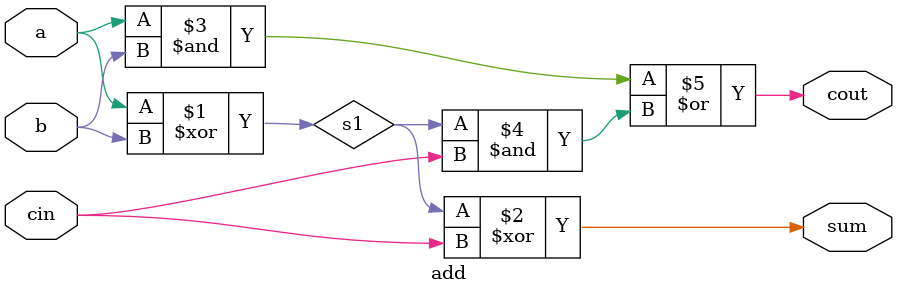
<source format=v>
module top_module( 
    input [99:0] a, b,
    input cin,
    output cout,
    output [99:0] sum );

  wire [99:0] carry;

  add a0(.a(a[0]), .b(b[0]), .cin(cin), .cout(carry[0]), .sum(sum[0]));

  genvar i;
  generate
    for (i = 1; i < 100; i = i + 1) begin: myadder
      add adder(.a(a[i]), .b(b[i]), .cin(carry[i - 1]), .cout(carry[i]), .sum(sum[i]));
    end
  endgenerate

  assign cout = carry[99];

endmodule

module add (
  input a, b, cin,
  output cout, sum);
  
  wire s1 = a ^ b;
  assign sum = s1 ^ cin;
  assign cout = (a & b) | (s1 & cin);
endmodule

</source>
